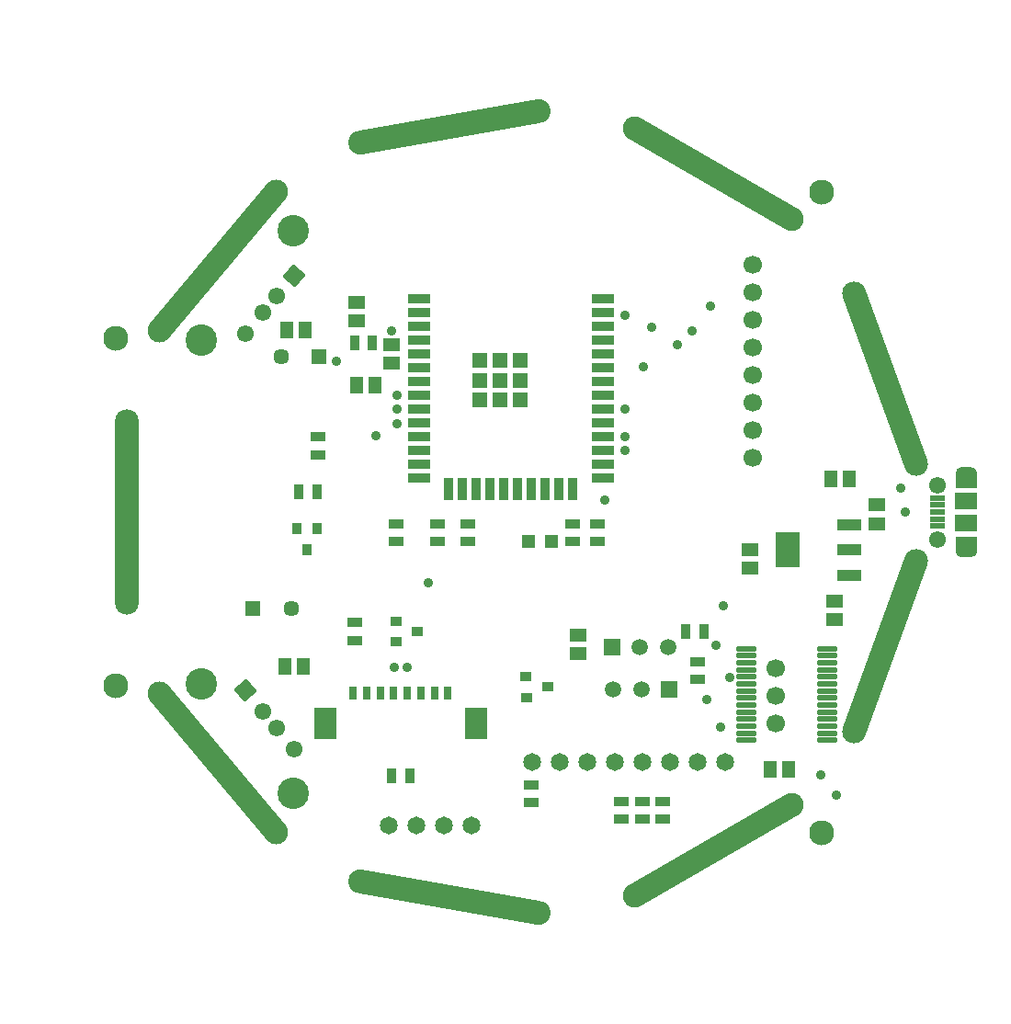
<source format=gts>
G04*
G04 #@! TF.GenerationSoftware,Altium Limited,Altium Designer,21.7.2 (23)*
G04*
G04 Layer_Color=8388736*
%FSAX44Y44*%
%MOMM*%
G71*
G04*
G04 #@! TF.SameCoordinates,F2B12908-CB5E-45EB-B16A-3418207F8AD6*
G04*
G04*
G04 #@! TF.FilePolarity,Negative*
G04*
G01*
G75*
%ADD13C,0.6000*%
%ADD16R,1.3000X1.5000*%
%ADD17R,0.9500X1.4500*%
%ADD18R,1.5000X1.3000*%
%ADD19R,1.4500X0.9500*%
%ADD20R,2.1000X3.0000*%
%ADD21R,0.8000X1.3000*%
%ADD22R,2.2000X3.3000*%
%ADD23R,2.2000X1.0000*%
%ADD24O,1.9500X0.5500*%
%ADD25R,1.3300X1.3300*%
%ADD26R,0.9000X2.0000*%
%ADD27R,2.0000X0.9000*%
%ADD28R,0.9000X1.0000*%
%ADD29R,0.9500X1.4500*%
G04:AMPARAMS|DCode=30|XSize=0.9mm|YSize=1mm|CornerRadius=0mm|HoleSize=0mm|Usage=FLASHONLY|Rotation=90.476|XOffset=0mm|YOffset=0mm|HoleType=Round|Shape=Rectangle|*
%AMROTATEDRECTD30*
4,1,4,0.5037,-0.4458,-0.4963,-0.4541,-0.5037,0.4458,0.4963,0.4541,0.5037,-0.4458,0.0*
%
%ADD30ROTATEDRECTD30*%

%ADD31R,1.2000X1.3000*%
%ADD32R,1.0000X0.9000*%
%ADD33R,1.4500X0.5000*%
%ADD34R,2.0000X1.6000*%
G04:AMPARAMS|DCode=35|XSize=2.2mm|YSize=18.9mm|CornerRadius=1.1mm|HoleSize=0mm|Usage=FLASHONLY|Rotation=40.000|XOffset=0mm|YOffset=0mm|HoleType=Round|Shape=RoundedRectangle|*
%AMROUNDEDRECTD35*
21,1,2.2000,16.7000,0,0,40.0*
21,1,0.0000,18.9000,0,0,40.0*
1,1,2.2000,5.3673,-6.3965*
1,1,2.2000,5.3673,-6.3965*
1,1,2.2000,-5.3673,6.3965*
1,1,2.2000,-5.3673,6.3965*
%
%ADD35ROUNDEDRECTD35*%
G04:AMPARAMS|DCode=36|XSize=2.2mm|YSize=18.9mm|CornerRadius=1.1mm|HoleSize=0mm|Usage=FLASHONLY|Rotation=120.000|XOffset=0mm|YOffset=0mm|HoleType=Round|Shape=RoundedRectangle|*
%AMROUNDEDRECTD36*
21,1,2.2000,16.7000,0,0,120.0*
21,1,0.0000,18.9000,0,0,120.0*
1,1,2.2000,7.2313,4.1750*
1,1,2.2000,7.2313,4.1750*
1,1,2.2000,-7.2313,-4.1750*
1,1,2.2000,-7.2313,-4.1750*
%
%ADD36ROUNDEDRECTD36*%
G04:AMPARAMS|DCode=37|XSize=2.2mm|YSize=18.9mm|CornerRadius=1.1mm|HoleSize=0mm|Usage=FLASHONLY|Rotation=280.000|XOffset=0mm|YOffset=0mm|HoleType=Round|Shape=RoundedRectangle|*
%AMROUNDEDRECTD37*
21,1,2.2000,16.7000,0,0,280.0*
21,1,0.0000,18.9000,0,0,280.0*
1,1,2.2000,-8.2232,-1.4500*
1,1,2.2000,-8.2232,-1.4500*
1,1,2.2000,8.2232,1.4500*
1,1,2.2000,8.2232,1.4500*
%
%ADD37ROUNDEDRECTD37*%
G04:AMPARAMS|DCode=38|XSize=2.2mm|YSize=18.9mm|CornerRadius=1.1mm|HoleSize=0mm|Usage=FLASHONLY|Rotation=200.000|XOffset=0mm|YOffset=0mm|HoleType=Round|Shape=RoundedRectangle|*
%AMROUNDEDRECTD38*
21,1,2.2000,16.7000,0,0,200.0*
21,1,0.0000,18.9000,0,0,200.0*
1,1,2.2000,-2.8559,7.8464*
1,1,2.2000,-2.8559,7.8464*
1,1,2.2000,2.8559,-7.8464*
1,1,2.2000,2.8559,-7.8464*
%
%ADD38ROUNDEDRECTD38*%
G04:AMPARAMS|DCode=39|XSize=2.2mm|YSize=18.9mm|CornerRadius=1.1mm|HoleSize=0mm|Usage=FLASHONLY|Rotation=320.000|XOffset=0mm|YOffset=0mm|HoleType=Round|Shape=RoundedRectangle|*
%AMROUNDEDRECTD39*
21,1,2.2000,16.7000,0,0,320.0*
21,1,0.0000,18.9000,0,0,320.0*
1,1,2.2000,-5.3673,-6.3965*
1,1,2.2000,-5.3673,-6.3965*
1,1,2.2000,5.3673,6.3965*
1,1,2.2000,5.3673,6.3965*
%
%ADD39ROUNDEDRECTD39*%
G04:AMPARAMS|DCode=40|XSize=2.2mm|YSize=18.9mm|CornerRadius=1.1mm|HoleSize=0mm|Usage=FLASHONLY|Rotation=240.000|XOffset=0mm|YOffset=0mm|HoleType=Round|Shape=RoundedRectangle|*
%AMROUNDEDRECTD40*
21,1,2.2000,16.7000,0,0,240.0*
21,1,0.0000,18.9000,0,0,240.0*
1,1,2.2000,-7.2313,4.1750*
1,1,2.2000,-7.2313,4.1750*
1,1,2.2000,7.2313,-4.1750*
1,1,2.2000,7.2313,-4.1750*
%
%ADD40ROUNDEDRECTD40*%
G04:AMPARAMS|DCode=41|XSize=2.2mm|YSize=18.9mm|CornerRadius=1.1mm|HoleSize=0mm|Usage=FLASHONLY|Rotation=160.000|XOffset=0mm|YOffset=0mm|HoleType=Round|Shape=RoundedRectangle|*
%AMROUNDEDRECTD41*
21,1,2.2000,16.7000,0,0,160.0*
21,1,0.0000,18.9000,0,0,160.0*
1,1,2.2000,2.8559,7.8464*
1,1,2.2000,2.8559,7.8464*
1,1,2.2000,-2.8559,-7.8464*
1,1,2.2000,-2.8559,-7.8464*
%
%ADD41ROUNDEDRECTD41*%
G04:AMPARAMS|DCode=42|XSize=2.2mm|YSize=18.9mm|CornerRadius=1.1mm|HoleSize=0mm|Usage=FLASHONLY|Rotation=80.000|XOffset=0mm|YOffset=0mm|HoleType=Round|Shape=RoundedRectangle|*
%AMROUNDEDRECTD42*
21,1,2.2000,16.7000,0,0,80.0*
21,1,0.0000,18.9000,0,0,80.0*
1,1,2.2000,8.2232,-1.4500*
1,1,2.2000,8.2232,-1.4500*
1,1,2.2000,-8.2232,1.4500*
1,1,2.2000,-8.2232,1.4500*
%
%ADD42ROUNDEDRECTD42*%
G04:AMPARAMS|DCode=43|XSize=2.2mm|YSize=18.9mm|CornerRadius=1.1mm|HoleSize=0mm|Usage=FLASHONLY|Rotation=0.000|XOffset=0mm|YOffset=0mm|HoleType=Round|Shape=RoundedRectangle|*
%AMROUNDEDRECTD43*
21,1,2.2000,16.7000,0,0,0.0*
21,1,0.0000,18.9000,0,0,0.0*
1,1,2.2000,0.0000,-8.3500*
1,1,2.2000,0.0000,-8.3500*
1,1,2.2000,0.0000,8.3500*
1,1,2.2000,0.0000,8.3500*
%
%ADD43ROUNDEDRECTD43*%
%ADD44C,0.9000*%
%ADD45R,1.5000X1.5000*%
%ADD46C,1.5000*%
%ADD47R,1.4500X1.4500*%
%ADD48C,1.4500*%
%ADD49C,1.6500*%
%ADD50C,2.9000*%
%ADD51C,1.5500*%
%ADD52P,2.1920X4X355.0*%
%ADD53P,2.1920X4X275.0*%
%ADD54C,1.7000*%
%ADD55C,2.3000*%
G36*
X00863097Y00415493D02*
X00863192Y00415464D01*
X00863278Y00415418D01*
X00863354Y00415355D01*
X00863417Y00415279D01*
X00863463Y00415192D01*
X00863492Y00415098D01*
X00863502Y00415000D01*
Y00402000D01*
X00863492Y00401902D01*
X00863463Y00401808D01*
X00863417Y00401721D01*
X00863354Y00401645D01*
X00863278Y00401582D01*
X00863192Y00401536D01*
X00863097Y00401507D01*
X00862999Y00401498D01*
X00858502D01*
Y00397000D01*
X00858492Y00396902D01*
X00858464Y00396808D01*
X00858417Y00396721D01*
X00858355Y00396645D01*
X00858279Y00396582D01*
X00858192Y00396536D01*
X00858098Y00396507D01*
X00858000Y00396498D01*
X00848999Y00396498D01*
X00848999D01*
D01*
X00848901Y00396507D01*
X00848807Y00396536D01*
X00848720Y00396582D01*
X00848644Y00396645D01*
X00848581Y00396721D01*
X00848535Y00396808D01*
X00848506Y00396902D01*
X00848497Y00397000D01*
Y00397000D01*
D01*
Y00401498D01*
X00843999D01*
X00843901Y00401507D01*
X00843807Y00401536D01*
X00843720Y00401582D01*
X00843644Y00401645D01*
X00843581Y00401721D01*
X00843535Y00401808D01*
X00843506Y00401902D01*
X00843497Y00402000D01*
Y00415000D01*
X00843506Y00415098D01*
X00843535Y00415192D01*
X00843581Y00415279D01*
X00843644Y00415355D01*
X00843720Y00415418D01*
X00843807Y00415464D01*
X00843901Y00415493D01*
X00843999Y00415502D01*
X00862999D01*
X00863097Y00415493D01*
D02*
G37*
G36*
X00858097Y00479493D02*
X00858192Y00479464D01*
X00858278Y00479418D01*
X00858354Y00479355D01*
X00858417Y00479279D01*
X00858463Y00479192D01*
X00858492Y00479098D01*
X00858502Y00479000D01*
Y00479000D01*
D01*
Y00474502D01*
X00862999D01*
X00863097Y00474493D01*
X00863192Y00474464D01*
X00863278Y00474418D01*
X00863354Y00474355D01*
X00863417Y00474279D01*
X00863463Y00474192D01*
X00863492Y00474098D01*
X00863502Y00474000D01*
Y00461000D01*
X00863492Y00460902D01*
X00863463Y00460808D01*
X00863417Y00460721D01*
X00863354Y00460645D01*
X00863278Y00460582D01*
X00863192Y00460536D01*
X00863097Y00460507D01*
X00862999Y00460498D01*
X00843999D01*
X00843901Y00460507D01*
X00843807Y00460536D01*
X00843720Y00460582D01*
X00843644Y00460645D01*
X00843581Y00460721D01*
X00843535Y00460808D01*
X00843506Y00460902D01*
X00843497Y00461000D01*
Y00474000D01*
X00843506Y00474098D01*
X00843535Y00474192D01*
X00843581Y00474279D01*
X00843644Y00474355D01*
X00843720Y00474418D01*
X00843807Y00474464D01*
X00843901Y00474493D01*
X00843999Y00474502D01*
X00848497D01*
Y00479000D01*
X00848506Y00479098D01*
X00848535Y00479192D01*
X00848581Y00479279D01*
X00848644Y00479355D01*
X00848720Y00479417D01*
X00848807Y00479464D01*
X00848901Y00479493D01*
X00848999Y00479502D01*
X00857999Y00479502D01*
X00857999D01*
D01*
X00858097Y00479493D01*
D02*
G37*
D13*
X00860499Y00402000D02*
G03*
X00860499Y00402000I-00002500J00000000D01*
G01*
X00851499D02*
G03*
X00851499Y00402000I-00002500J00000000D01*
G01*
X00860499Y00474000D02*
G03*
X00860499Y00474000I-00002500J00000000D01*
G01*
X00851499D02*
G03*
X00851499Y00474000I-00002500J00000000D01*
G01*
D16*
X00291500Y00555000D02*
D03*
X00308500D02*
D03*
X00689750Y00201000D02*
D03*
X00672750D02*
D03*
X00242500Y00296000D02*
D03*
X00225500Y00296000D02*
D03*
X00745500Y00469000D02*
D03*
X00728500D02*
D03*
X00227500Y00606000D02*
D03*
X00244500D02*
D03*
D17*
X00340750Y00195500D02*
D03*
X00324250Y00195500D02*
D03*
X00289750Y00594000D02*
D03*
X00306250D02*
D03*
X00611793Y00328000D02*
D03*
X00595293D02*
D03*
D18*
X00292000Y00614500D02*
D03*
Y00631500D02*
D03*
X00324000Y00575500D02*
D03*
Y00592500D02*
D03*
X00496000Y00324500D02*
D03*
Y00307500D02*
D03*
X00771000Y00427500D02*
D03*
Y00444500D02*
D03*
X00732000Y00339207D02*
D03*
Y00356207D02*
D03*
X00654000Y00403500D02*
D03*
Y00386500D02*
D03*
D19*
X00328000Y00410750D02*
D03*
Y00427250D02*
D03*
X00394250Y00410750D02*
D03*
X00394300Y00427250D02*
D03*
X00256000Y00507500D02*
D03*
Y00491000D02*
D03*
X00606293Y00300250D02*
D03*
Y00283750D02*
D03*
X00366050Y00427250D02*
D03*
Y00410750D02*
D03*
X00513650D02*
D03*
Y00427250D02*
D03*
X00490650Y00410750D02*
D03*
Y00427250D02*
D03*
X00290000Y00319750D02*
D03*
Y00336250D02*
D03*
X00453000Y00187000D02*
D03*
Y00170500D02*
D03*
X00573750Y00155000D02*
D03*
Y00171500D02*
D03*
X00554750Y00155000D02*
D03*
Y00171500D02*
D03*
X00535750Y00155000D02*
D03*
Y00171500D02*
D03*
D20*
X00263000Y00243500D02*
D03*
X00401500D02*
D03*
D21*
X00376000Y00271000D02*
D03*
X00363500D02*
D03*
X00351000D02*
D03*
X00338500D02*
D03*
X00326000D02*
D03*
X00313500D02*
D03*
X00301000D02*
D03*
X00288500D02*
D03*
D22*
X00688500Y00403000D02*
D03*
D23*
X00745500Y00426000D02*
D03*
Y00403000D02*
D03*
Y00380000D02*
D03*
D24*
X00650750Y00312250D02*
D03*
Y00305750D02*
D03*
Y00299250D02*
D03*
Y00292750D02*
D03*
Y00286250D02*
D03*
Y00279750D02*
D03*
Y00273250D02*
D03*
Y00266750D02*
D03*
Y00260250D02*
D03*
Y00253750D02*
D03*
Y00247250D02*
D03*
Y00240750D02*
D03*
Y00234250D02*
D03*
Y00227750D02*
D03*
X00725250Y00312250D02*
D03*
Y00305750D02*
D03*
Y00299250D02*
D03*
Y00292750D02*
D03*
Y00286250D02*
D03*
Y00279750D02*
D03*
Y00273250D02*
D03*
Y00266750D02*
D03*
Y00260250D02*
D03*
Y00253750D02*
D03*
Y00247250D02*
D03*
Y00240750D02*
D03*
Y00234250D02*
D03*
Y00227750D02*
D03*
D25*
X00442350Y00541250D02*
D03*
X00424000D02*
D03*
X00405650D02*
D03*
X00442350Y00559600D02*
D03*
X00424000D02*
D03*
X00405650D02*
D03*
X00442350Y00577950D02*
D03*
X00424000D02*
D03*
X00405650D02*
D03*
D26*
X00491150Y00459500D02*
D03*
X00478450D02*
D03*
X00465750D02*
D03*
X00453050D02*
D03*
X00440350D02*
D03*
X00427650D02*
D03*
X00414950D02*
D03*
X00402250D02*
D03*
X00389550D02*
D03*
X00376850D02*
D03*
D27*
X00519000Y00634600D02*
D03*
Y00621900D02*
D03*
Y00609200D02*
D03*
Y00596500D02*
D03*
Y00583800D02*
D03*
Y00571100D02*
D03*
Y00558400D02*
D03*
Y00545700D02*
D03*
Y00533000D02*
D03*
Y00520300D02*
D03*
Y00507600D02*
D03*
Y00494900D02*
D03*
Y00482200D02*
D03*
Y00469500D02*
D03*
X00349000D02*
D03*
Y00482200D02*
D03*
Y00494900D02*
D03*
Y00507600D02*
D03*
Y00520300D02*
D03*
Y00533000D02*
D03*
Y00545700D02*
D03*
Y00558400D02*
D03*
Y00571100D02*
D03*
Y00583800D02*
D03*
Y00596500D02*
D03*
Y00609200D02*
D03*
Y00621900D02*
D03*
Y00634600D02*
D03*
D28*
X00246000Y00403000D02*
D03*
X00236500Y00423000D02*
D03*
X00255500D02*
D03*
D29*
X00255250Y00456387D02*
D03*
X00238750D02*
D03*
D30*
X00447921Y00286417D02*
D03*
X00448079Y00267417D02*
D03*
X00468000Y00277083D02*
D03*
D31*
X00471500Y00411000D02*
D03*
X00450500D02*
D03*
D32*
X00328000Y00337500D02*
D03*
Y00318500D02*
D03*
X00348000Y00328000D02*
D03*
D33*
X00826499Y00425000D02*
D03*
Y00431500D02*
D03*
Y00438000D02*
D03*
Y00444500D02*
D03*
Y00451000D02*
D03*
D34*
X00853499Y00428000D02*
D03*
Y00448000D02*
D03*
D35*
X00164224Y00206597D02*
D03*
D36*
X00620000Y00126231D02*
D03*
D37*
X00377487Y00792531D02*
D03*
D38*
X00778289Y00561127D02*
D03*
D39*
X00164224Y00669404D02*
D03*
D40*
X00620000Y00749769D02*
D03*
D41*
X00778289Y00314873D02*
D03*
D42*
X00377487Y00083469D02*
D03*
D43*
X00080000Y00438000D02*
D03*
D44*
X00442350Y00541250D02*
D03*
X00424000D02*
D03*
X00405650D02*
D03*
X00442350Y00559600D02*
D03*
X00424000D02*
D03*
X00405650D02*
D03*
X00442350Y00577950D02*
D03*
X00424000D02*
D03*
X00405650D02*
D03*
X00617500Y00628000D02*
D03*
X00324000Y00605000D02*
D03*
X00793000Y00460000D02*
D03*
X00273000Y00577000D02*
D03*
X00623000Y00315000D02*
D03*
X00719000Y00196000D02*
D03*
X00734000Y00177000D02*
D03*
X00338000Y00294750D02*
D03*
X00326250Y00295250D02*
D03*
X00626750Y00239750D02*
D03*
X00635250Y00286057D02*
D03*
X00601000Y00605000D02*
D03*
X00556249Y00571502D02*
D03*
X00587000Y00592000D02*
D03*
X00358000Y00373000D02*
D03*
X00614000Y00265000D02*
D03*
X00630000Y00352000D02*
D03*
X00539000Y00495000D02*
D03*
Y00507500D02*
D03*
Y00532750D02*
D03*
X00564000Y00608000D02*
D03*
X00539000Y00619000D02*
D03*
X00520000Y00449000D02*
D03*
X00310000Y00508000D02*
D03*
X00797000Y00438000D02*
D03*
X00329000Y00546000D02*
D03*
Y00533000D02*
D03*
Y00519000D02*
D03*
D45*
X00527000Y00313289D02*
D03*
X00580000Y00274289D02*
D03*
D46*
X00579000Y00313289D02*
D03*
X00553000D02*
D03*
X00554000Y00274289D02*
D03*
X00528000D02*
D03*
D47*
X00257500Y00581000D02*
D03*
X00196500Y00349000D02*
D03*
D48*
X00222500Y00581000D02*
D03*
X00231500Y00349000D02*
D03*
D49*
X00397450Y00149500D02*
D03*
X00372050D02*
D03*
X00346650D02*
D03*
X00321250D02*
D03*
X00631000Y00208000D02*
D03*
X00605600D02*
D03*
X00580200D02*
D03*
X00554800D02*
D03*
X00453200D02*
D03*
X00478600D02*
D03*
X00504000D02*
D03*
X00529400D02*
D03*
D50*
X00233611Y00179054D02*
D03*
X00149149Y00279712D02*
D03*
Y00596288D02*
D03*
X00233611Y00696946D02*
D03*
D51*
X00234638Y00219991D02*
D03*
X00218568Y00239142D02*
D03*
X00205712Y00254463D02*
D03*
X00189643Y00602386D02*
D03*
X00205712Y00621537D02*
D03*
X00218568Y00636858D02*
D03*
X00826499Y00463000D02*
D03*
Y00413000D02*
D03*
D52*
X00189643Y00273614D02*
D03*
D53*
X00234638Y00656009D02*
D03*
D54*
X00657000Y00513800D02*
D03*
Y00539200D02*
D03*
Y00564600D02*
D03*
Y00666200D02*
D03*
Y00640800D02*
D03*
Y00615400D02*
D03*
Y00488400D02*
D03*
Y00590000D02*
D03*
X00678000Y00243600D02*
D03*
Y00269000D02*
D03*
Y00294400D02*
D03*
D55*
X00070000Y00598000D02*
D03*
Y00278000D02*
D03*
X00720000Y00143000D02*
D03*
Y00733000D02*
D03*
M02*

</source>
